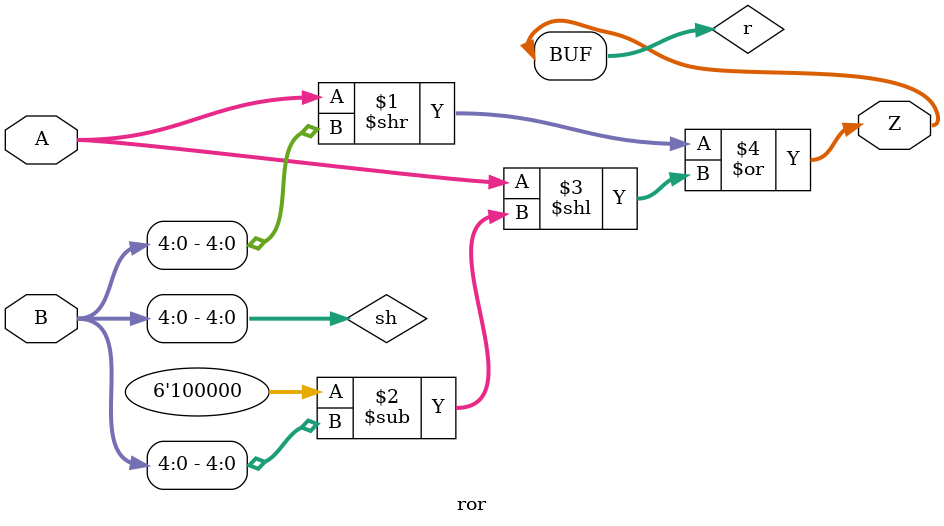
<source format=v>
module ror#(parameter DATA_WIDTH = 32)(
   input [DATA_WIDTH-1:0] A, B,
   output [DATA_WIDTH-1:0] Z
);

   wire   [4:0]  sh;
   wire   [DATA_WIDTH-1:0] r;

   assign sh = B[4:0];

   // Rotate right:
   // (A >> sh) moves bits right
   // (A << (32 - sh)) wraps the bits around
   assign r = (A >> sh) | (A << (6'd32 - sh));
   assign Z = r;

endmodule


</source>
